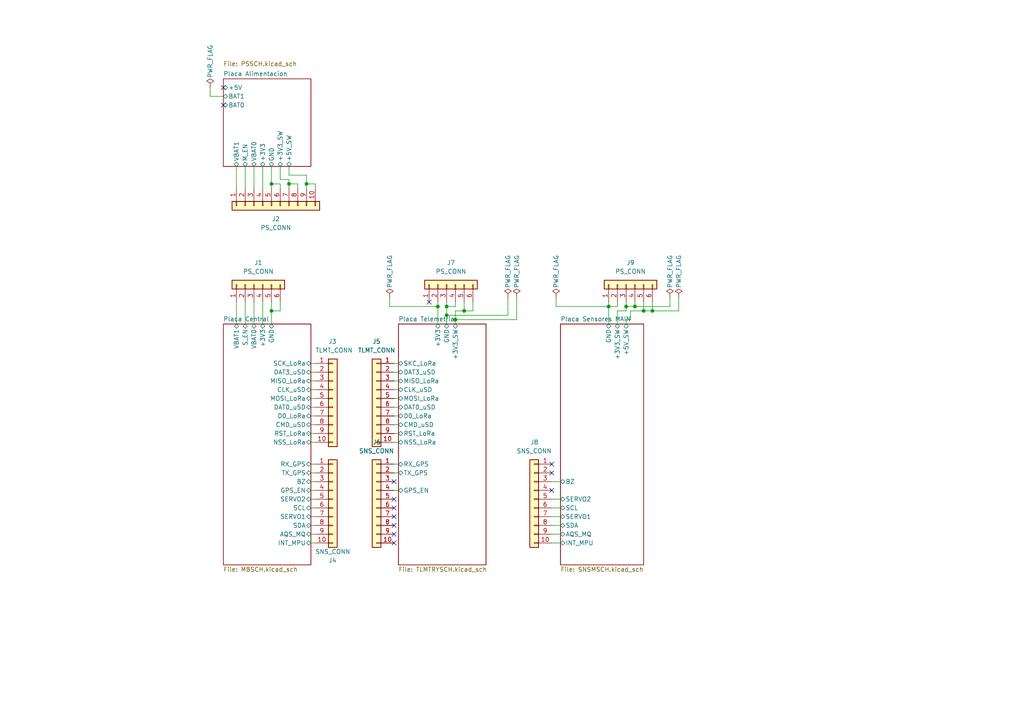
<source format=kicad_sch>
(kicad_sch (version 20211123) (generator eeschema)

  (uuid e63e39d7-6ac0-4ffd-8aa3-1841a4541b55)

  (paper "A4")

  (title_block
    (title "mCALCAN")
    (date "2022-10-10")
    (rev "3B_FULL")
    (company "gVIE")
    (comment 1 "Colegio: ITS Villada")
    (comment 2 "Córdoba, Argentina")
  )

  (lib_symbols
    (symbol "Connector_Generic:Conn_01x06" (pin_names (offset 1.016) hide) (in_bom yes) (on_board yes)
      (property "Reference" "J" (id 0) (at 0 7.62 0)
        (effects (font (size 1.27 1.27)))
      )
      (property "Value" "Conn_01x06" (id 1) (at 0 -10.16 0)
        (effects (font (size 1.27 1.27)))
      )
      (property "Footprint" "" (id 2) (at 0 0 0)
        (effects (font (size 1.27 1.27)) hide)
      )
      (property "Datasheet" "~" (id 3) (at 0 0 0)
        (effects (font (size 1.27 1.27)) hide)
      )
      (property "ki_keywords" "connector" (id 4) (at 0 0 0)
        (effects (font (size 1.27 1.27)) hide)
      )
      (property "ki_description" "Generic connector, single row, 01x06, script generated (kicad-library-utils/schlib/autogen/connector/)" (id 5) (at 0 0 0)
        (effects (font (size 1.27 1.27)) hide)
      )
      (property "ki_fp_filters" "Connector*:*_1x??_*" (id 6) (at 0 0 0)
        (effects (font (size 1.27 1.27)) hide)
      )
      (symbol "Conn_01x06_1_1"
        (rectangle (start -1.27 -7.493) (end 0 -7.747)
          (stroke (width 0.1524) (type default) (color 0 0 0 0))
          (fill (type none))
        )
        (rectangle (start -1.27 -4.953) (end 0 -5.207)
          (stroke (width 0.1524) (type default) (color 0 0 0 0))
          (fill (type none))
        )
        (rectangle (start -1.27 -2.413) (end 0 -2.667)
          (stroke (width 0.1524) (type default) (color 0 0 0 0))
          (fill (type none))
        )
        (rectangle (start -1.27 0.127) (end 0 -0.127)
          (stroke (width 0.1524) (type default) (color 0 0 0 0))
          (fill (type none))
        )
        (rectangle (start -1.27 2.667) (end 0 2.413)
          (stroke (width 0.1524) (type default) (color 0 0 0 0))
          (fill (type none))
        )
        (rectangle (start -1.27 5.207) (end 0 4.953)
          (stroke (width 0.1524) (type default) (color 0 0 0 0))
          (fill (type none))
        )
        (rectangle (start -1.27 6.35) (end 1.27 -8.89)
          (stroke (width 0.254) (type default) (color 0 0 0 0))
          (fill (type background))
        )
        (pin passive line (at -5.08 5.08 0) (length 3.81)
          (name "Pin_1" (effects (font (size 1.27 1.27))))
          (number "1" (effects (font (size 1.27 1.27))))
        )
        (pin passive line (at -5.08 2.54 0) (length 3.81)
          (name "Pin_2" (effects (font (size 1.27 1.27))))
          (number "2" (effects (font (size 1.27 1.27))))
        )
        (pin passive line (at -5.08 0 0) (length 3.81)
          (name "Pin_3" (effects (font (size 1.27 1.27))))
          (number "3" (effects (font (size 1.27 1.27))))
        )
        (pin passive line (at -5.08 -2.54 0) (length 3.81)
          (name "Pin_4" (effects (font (size 1.27 1.27))))
          (number "4" (effects (font (size 1.27 1.27))))
        )
        (pin passive line (at -5.08 -5.08 0) (length 3.81)
          (name "Pin_5" (effects (font (size 1.27 1.27))))
          (number "5" (effects (font (size 1.27 1.27))))
        )
        (pin passive line (at -5.08 -7.62 0) (length 3.81)
          (name "Pin_6" (effects (font (size 1.27 1.27))))
          (number "6" (effects (font (size 1.27 1.27))))
        )
      )
    )
    (symbol "Connector_Generic:Conn_01x10" (pin_names (offset 1.016) hide) (in_bom yes) (on_board yes)
      (property "Reference" "J" (id 0) (at 0 12.7 0)
        (effects (font (size 1.27 1.27)))
      )
      (property "Value" "Conn_01x10" (id 1) (at 0 -15.24 0)
        (effects (font (size 1.27 1.27)))
      )
      (property "Footprint" "" (id 2) (at 0 0 0)
        (effects (font (size 1.27 1.27)) hide)
      )
      (property "Datasheet" "~" (id 3) (at 0 0 0)
        (effects (font (size 1.27 1.27)) hide)
      )
      (property "ki_keywords" "connector" (id 4) (at 0 0 0)
        (effects (font (size 1.27 1.27)) hide)
      )
      (property "ki_description" "Generic connector, single row, 01x10, script generated (kicad-library-utils/schlib/autogen/connector/)" (id 5) (at 0 0 0)
        (effects (font (size 1.27 1.27)) hide)
      )
      (property "ki_fp_filters" "Connector*:*_1x??_*" (id 6) (at 0 0 0)
        (effects (font (size 1.27 1.27)) hide)
      )
      (symbol "Conn_01x10_1_1"
        (rectangle (start -1.27 -12.573) (end 0 -12.827)
          (stroke (width 0.1524) (type default) (color 0 0 0 0))
          (fill (type none))
        )
        (rectangle (start -1.27 -10.033) (end 0 -10.287)
          (stroke (width 0.1524) (type default) (color 0 0 0 0))
          (fill (type none))
        )
        (rectangle (start -1.27 -7.493) (end 0 -7.747)
          (stroke (width 0.1524) (type default) (color 0 0 0 0))
          (fill (type none))
        )
        (rectangle (start -1.27 -4.953) (end 0 -5.207)
          (stroke (width 0.1524) (type default) (color 0 0 0 0))
          (fill (type none))
        )
        (rectangle (start -1.27 -2.413) (end 0 -2.667)
          (stroke (width 0.1524) (type default) (color 0 0 0 0))
          (fill (type none))
        )
        (rectangle (start -1.27 0.127) (end 0 -0.127)
          (stroke (width 0.1524) (type default) (color 0 0 0 0))
          (fill (type none))
        )
        (rectangle (start -1.27 2.667) (end 0 2.413)
          (stroke (width 0.1524) (type default) (color 0 0 0 0))
          (fill (type none))
        )
        (rectangle (start -1.27 5.207) (end 0 4.953)
          (stroke (width 0.1524) (type default) (color 0 0 0 0))
          (fill (type none))
        )
        (rectangle (start -1.27 7.747) (end 0 7.493)
          (stroke (width 0.1524) (type default) (color 0 0 0 0))
          (fill (type none))
        )
        (rectangle (start -1.27 10.287) (end 0 10.033)
          (stroke (width 0.1524) (type default) (color 0 0 0 0))
          (fill (type none))
        )
        (rectangle (start -1.27 11.43) (end 1.27 -13.97)
          (stroke (width 0.254) (type default) (color 0 0 0 0))
          (fill (type background))
        )
        (pin passive line (at -5.08 10.16 0) (length 3.81)
          (name "Pin_1" (effects (font (size 1.27 1.27))))
          (number "1" (effects (font (size 1.27 1.27))))
        )
        (pin passive line (at -5.08 -12.7 0) (length 3.81)
          (name "Pin_10" (effects (font (size 1.27 1.27))))
          (number "10" (effects (font (size 1.27 1.27))))
        )
        (pin passive line (at -5.08 7.62 0) (length 3.81)
          (name "Pin_2" (effects (font (size 1.27 1.27))))
          (number "2" (effects (font (size 1.27 1.27))))
        )
        (pin passive line (at -5.08 5.08 0) (length 3.81)
          (name "Pin_3" (effects (font (size 1.27 1.27))))
          (number "3" (effects (font (size 1.27 1.27))))
        )
        (pin passive line (at -5.08 2.54 0) (length 3.81)
          (name "Pin_4" (effects (font (size 1.27 1.27))))
          (number "4" (effects (font (size 1.27 1.27))))
        )
        (pin passive line (at -5.08 0 0) (length 3.81)
          (name "Pin_5" (effects (font (size 1.27 1.27))))
          (number "5" (effects (font (size 1.27 1.27))))
        )
        (pin passive line (at -5.08 -2.54 0) (length 3.81)
          (name "Pin_6" (effects (font (size 1.27 1.27))))
          (number "6" (effects (font (size 1.27 1.27))))
        )
        (pin passive line (at -5.08 -5.08 0) (length 3.81)
          (name "Pin_7" (effects (font (size 1.27 1.27))))
          (number "7" (effects (font (size 1.27 1.27))))
        )
        (pin passive line (at -5.08 -7.62 0) (length 3.81)
          (name "Pin_8" (effects (font (size 1.27 1.27))))
          (number "8" (effects (font (size 1.27 1.27))))
        )
        (pin passive line (at -5.08 -10.16 0) (length 3.81)
          (name "Pin_9" (effects (font (size 1.27 1.27))))
          (number "9" (effects (font (size 1.27 1.27))))
        )
      )
    )
    (symbol "power:PWR_FLAG" (power) (pin_numbers hide) (pin_names (offset 0) hide) (in_bom yes) (on_board yes)
      (property "Reference" "#FLG" (id 0) (at 0 1.905 0)
        (effects (font (size 1.27 1.27)) hide)
      )
      (property "Value" "PWR_FLAG" (id 1) (at 0 3.81 0)
        (effects (font (size 1.27 1.27)))
      )
      (property "Footprint" "" (id 2) (at 0 0 0)
        (effects (font (size 1.27 1.27)) hide)
      )
      (property "Datasheet" "~" (id 3) (at 0 0 0)
        (effects (font (size 1.27 1.27)) hide)
      )
      (property "ki_keywords" "power-flag" (id 4) (at 0 0 0)
        (effects (font (size 1.27 1.27)) hide)
      )
      (property "ki_description" "Special symbol for telling ERC where power comes from" (id 5) (at 0 0 0)
        (effects (font (size 1.27 1.27)) hide)
      )
      (symbol "PWR_FLAG_0_0"
        (pin power_out line (at 0 0 90) (length 0)
          (name "pwr" (effects (font (size 1.27 1.27))))
          (number "1" (effects (font (size 1.27 1.27))))
        )
      )
      (symbol "PWR_FLAG_0_1"
        (polyline
          (pts
            (xy 0 0)
            (xy 0 1.27)
            (xy -1.016 1.905)
            (xy 0 2.54)
            (xy 1.016 1.905)
            (xy 0 1.27)
          )
          (stroke (width 0) (type default) (color 0 0 0 0))
          (fill (type none))
        )
      )
    )
  )

  (junction (at 129.54 88.9) (diameter 0) (color 0 0 0 0)
    (uuid 1ac1486a-a58b-490c-9576-a36bf1cadfa2)
  )
  (junction (at 88.9 53.34) (diameter 0) (color 0 0 0 0)
    (uuid 204d2551-9da2-4789-999f-e73eb90b0926)
  )
  (junction (at 181.61 88.9) (diameter 0) (color 0 0 0 0)
    (uuid 3cd391e7-3218-40ed-b87c-dca63fe13270)
  )
  (junction (at 134.62 90.17) (diameter 0) (color 0 0 0 0)
    (uuid 3e0eee30-3cec-4827-965b-e69b8ea50e6c)
  )
  (junction (at 127 88.9) (diameter 0) (color 0 0 0 0)
    (uuid 5ef5ca70-23f3-4983-b601-7501f2301073)
  )
  (junction (at 184.15 88.9) (diameter 0) (color 0 0 0 0)
    (uuid 61511609-fb91-44b7-a0be-f1d3935dd2d2)
  )
  (junction (at 132.08 92.71) (diameter 0) (color 0 0 0 0)
    (uuid 7ea5830a-29a3-4fe3-afa6-dd4dff76720b)
  )
  (junction (at 83.82 53.34) (diameter 0) (color 0 0 0 0)
    (uuid 8ea59f50-3c63-4bf1-bf62-5eab5bcd0f29)
  )
  (junction (at 129.54 91.44) (diameter 0) (color 0 0 0 0)
    (uuid 972eb94b-2b70-4115-a313-7734bf02b5f3)
  )
  (junction (at 78.74 90.17) (diameter 0) (color 0 0 0 0)
    (uuid a9b42288-928d-4a67-855d-437e5734f8d6)
  )
  (junction (at 186.69 90.17) (diameter 0) (color 0 0 0 0)
    (uuid d9da9de7-59f3-463e-b4cb-5caf3765ed8c)
  )
  (junction (at 189.23 90.17) (diameter 0) (color 0 0 0 0)
    (uuid e596f452-422f-4d7d-8f4f-ad68b142ed28)
  )
  (junction (at 78.74 53.34) (diameter 0) (color 0 0 0 0)
    (uuid ee2e89e4-77bf-4781-a89b-456d3ee64b1a)
  )
  (junction (at 176.53 88.9) (diameter 0) (color 0 0 0 0)
    (uuid f22d78e5-fcd9-4384-ad56-701105e65cb0)
  )

  (no_connect (at 64.77 30.48) (uuid 078372c9-173d-4dd9-b525-83430ee4b8af))
  (no_connect (at 124.46 87.63) (uuid 46b6d44e-1109-4007-8ee3-255a59828f7f))
  (no_connect (at 64.77 25.4) (uuid 7d43e695-94e7-4851-8243-ef0b89b4cf98))
  (no_connect (at 114.3 144.78) (uuid 8d07bbc4-84bf-4ddd-9eb6-7a77f2ac2633))
  (no_connect (at 114.3 147.32) (uuid 8d07bbc4-84bf-4ddd-9eb6-7a77f2ac2634))
  (no_connect (at 114.3 139.7) (uuid 8d07bbc4-84bf-4ddd-9eb6-7a77f2ac2635))
  (no_connect (at 114.3 154.94) (uuid 8d07bbc4-84bf-4ddd-9eb6-7a77f2ac2636))
  (no_connect (at 114.3 152.4) (uuid 8d07bbc4-84bf-4ddd-9eb6-7a77f2ac2637))
  (no_connect (at 114.3 149.86) (uuid 8d07bbc4-84bf-4ddd-9eb6-7a77f2ac2638))
  (no_connect (at 114.3 157.48) (uuid 8d07bbc4-84bf-4ddd-9eb6-7a77f2ac2639))
  (no_connect (at 160.02 137.16) (uuid 8f97fb09-1607-47c6-b060-37cc4d6dbc1c))
  (no_connect (at 160.02 142.24) (uuid cd60c45b-d996-4dcd-991f-7654a334dee6))
  (no_connect (at 160.02 134.62) (uuid f47568f1-014e-4fc8-a74b-46f5c4032c73))

  (wire (pts (xy 83.82 48.26) (xy 83.82 50.8))
    (stroke (width 0) (type default) (color 0 0 0 0))
    (uuid 01691f12-300c-47b0-8278-bc40854f7182)
  )
  (wire (pts (xy 189.23 87.63) (xy 189.23 90.17))
    (stroke (width 0) (type default) (color 0 0 0 0))
    (uuid 02f55035-30e6-41ca-80b2-712fb99f77f5)
  )
  (wire (pts (xy 83.82 52.07) (xy 83.82 53.34))
    (stroke (width 0) (type default) (color 0 0 0 0))
    (uuid 0b0d0cc5-b325-4df2-8c4c-1903e74e76f9)
  )
  (wire (pts (xy 71.12 48.26) (xy 71.12 54.61))
    (stroke (width 0) (type default) (color 0 0 0 0))
    (uuid 134cc890-fe13-4f6b-9be4-40bcdb4fda43)
  )
  (wire (pts (xy 88.9 50.8) (xy 88.9 53.34))
    (stroke (width 0) (type default) (color 0 0 0 0))
    (uuid 178eae74-fa81-4625-8f28-84bdf4846b5b)
  )
  (wire (pts (xy 81.28 53.34) (xy 78.74 53.34))
    (stroke (width 0) (type default) (color 0 0 0 0))
    (uuid 1a23bffa-03f7-4bfa-90f4-93859e92189a)
  )
  (wire (pts (xy 184.15 88.9) (xy 194.31 88.9))
    (stroke (width 0) (type default) (color 0 0 0 0))
    (uuid 1a883ed1-517c-4a35-b47e-29b308c3519e)
  )
  (wire (pts (xy 181.61 93.98) (xy 181.61 92.71))
    (stroke (width 0) (type default) (color 0 0 0 0))
    (uuid 1d7bb20e-c9ae-4d34-9939-428acb2ca568)
  )
  (wire (pts (xy 149.86 86.36) (xy 149.86 92.71))
    (stroke (width 0) (type default) (color 0 0 0 0))
    (uuid 1f596f42-ebc0-4a37-86af-1ed6ca94b9a3)
  )
  (wire (pts (xy 132.08 87.63) (xy 132.08 88.9))
    (stroke (width 0) (type default) (color 0 0 0 0))
    (uuid 20bb9fb1-12fe-46f7-b912-d8a7c5995a6e)
  )
  (wire (pts (xy 160.02 149.86) (xy 162.56 149.86))
    (stroke (width 0) (type default) (color 0 0 0 0))
    (uuid 219b2b4b-dbb1-4f5a-9416-20d32dca8def)
  )
  (wire (pts (xy 182.88 92.71) (xy 182.88 90.17))
    (stroke (width 0) (type default) (color 0 0 0 0))
    (uuid 22070c5d-cf07-4815-9bcb-9bf3bfbefa07)
  )
  (wire (pts (xy 90.17 105.41) (xy 91.44 105.41))
    (stroke (width 0) (type default) (color 0 0 0 0))
    (uuid 26e1d914-e53b-4ae4-9fa8-e998725d3de8)
  )
  (wire (pts (xy 73.66 87.63) (xy 73.66 93.98))
    (stroke (width 0) (type default) (color 0 0 0 0))
    (uuid 2abc87be-4ad0-429f-ac97-d16c714e265c)
  )
  (wire (pts (xy 78.74 90.17) (xy 81.28 90.17))
    (stroke (width 0) (type default) (color 0 0 0 0))
    (uuid 2b2cf94b-7602-4817-bbcf-79a1fb2b22c1)
  )
  (wire (pts (xy 160.02 139.7) (xy 162.56 139.7))
    (stroke (width 0) (type default) (color 0 0 0 0))
    (uuid 2d7de860-b307-4d5e-a3e4-e24d923ec27e)
  )
  (wire (pts (xy 90.17 154.94) (xy 91.44 154.94))
    (stroke (width 0) (type default) (color 0 0 0 0))
    (uuid 2f7c975f-36ad-4589-b3da-cafc4d9df3b1)
  )
  (wire (pts (xy 181.61 88.9) (xy 181.61 90.17))
    (stroke (width 0) (type default) (color 0 0 0 0))
    (uuid 33e9abb9-e634-4336-bd82-f9f25ebb0731)
  )
  (wire (pts (xy 149.86 92.71) (xy 132.08 92.71))
    (stroke (width 0) (type default) (color 0 0 0 0))
    (uuid 343c97d0-c51e-4e2c-80dd-6ed63dc1ce3d)
  )
  (wire (pts (xy 83.82 53.34) (xy 83.82 54.61))
    (stroke (width 0) (type default) (color 0 0 0 0))
    (uuid 35e4c65b-b74e-4039-8ee9-7989ca8972ec)
  )
  (wire (pts (xy 147.32 91.44) (xy 129.54 91.44))
    (stroke (width 0) (type default) (color 0 0 0 0))
    (uuid 3895cd56-2e30-4b7d-8f63-ed9675ec0fd9)
  )
  (wire (pts (xy 86.36 54.61) (xy 86.36 53.34))
    (stroke (width 0) (type default) (color 0 0 0 0))
    (uuid 3981a1bc-70ed-4714-964a-8a90eba30fe9)
  )
  (wire (pts (xy 114.3 123.19) (xy 115.57 123.19))
    (stroke (width 0) (type default) (color 0 0 0 0))
    (uuid 39fd0742-d9fd-4d52-87a4-1a5bbdb23ab4)
  )
  (wire (pts (xy 71.12 87.63) (xy 71.12 93.98))
    (stroke (width 0) (type default) (color 0 0 0 0))
    (uuid 3aa6701c-0aaf-4a40-a770-b9704790161d)
  )
  (wire (pts (xy 182.88 90.17) (xy 186.69 90.17))
    (stroke (width 0) (type default) (color 0 0 0 0))
    (uuid 3c0a5f23-a640-44cd-aaa1-8614c7e0b200)
  )
  (wire (pts (xy 73.66 48.26) (xy 73.66 54.61))
    (stroke (width 0) (type default) (color 0 0 0 0))
    (uuid 3cb78965-9977-4a7f-8a7a-48b65ad1debe)
  )
  (wire (pts (xy 114.3 120.65) (xy 115.57 120.65))
    (stroke (width 0) (type default) (color 0 0 0 0))
    (uuid 3f3bcbe3-d7a4-4df6-8748-c09116659ce3)
  )
  (wire (pts (xy 78.74 53.34) (xy 78.74 54.61))
    (stroke (width 0) (type default) (color 0 0 0 0))
    (uuid 40d2b900-a33b-4039-b057-af77ebde54d5)
  )
  (wire (pts (xy 132.08 92.71) (xy 132.08 93.98))
    (stroke (width 0) (type default) (color 0 0 0 0))
    (uuid 437cdb39-ee48-4f3b-97c4-439a2d7af933)
  )
  (wire (pts (xy 90.17 107.95) (xy 91.44 107.95))
    (stroke (width 0) (type default) (color 0 0 0 0))
    (uuid 440f3cad-97d0-44c6-9303-d68058834382)
  )
  (wire (pts (xy 90.17 125.73) (xy 91.44 125.73))
    (stroke (width 0) (type default) (color 0 0 0 0))
    (uuid 442c0c50-f237-4512-9a13-f8d6d8fe13de)
  )
  (wire (pts (xy 129.54 88.9) (xy 129.54 91.44))
    (stroke (width 0) (type default) (color 0 0 0 0))
    (uuid 446186b2-e66f-4a2e-9c39-9a42fa48edfe)
  )
  (wire (pts (xy 134.62 90.17) (xy 132.08 90.17))
    (stroke (width 0) (type default) (color 0 0 0 0))
    (uuid 446636c7-b482-441d-bd68-501c5fe278e5)
  )
  (wire (pts (xy 181.61 88.9) (xy 184.15 88.9))
    (stroke (width 0) (type default) (color 0 0 0 0))
    (uuid 454f67e3-848c-497a-82a7-81859ca59a89)
  )
  (wire (pts (xy 68.58 48.26) (xy 68.58 54.61))
    (stroke (width 0) (type default) (color 0 0 0 0))
    (uuid 4674d436-e1ec-4904-acee-f868012ec918)
  )
  (wire (pts (xy 160.02 144.78) (xy 162.56 144.78))
    (stroke (width 0) (type default) (color 0 0 0 0))
    (uuid 49513fe4-2b58-4db9-be5b-a3b082d41fdd)
  )
  (wire (pts (xy 78.74 87.63) (xy 78.74 90.17))
    (stroke (width 0) (type default) (color 0 0 0 0))
    (uuid 4cac4a86-c0ed-4692-b635-5f0ea99d9295)
  )
  (wire (pts (xy 90.17 118.11) (xy 91.44 118.11))
    (stroke (width 0) (type default) (color 0 0 0 0))
    (uuid 4e0d0146-3a7e-464d-8bed-a76ff490c1a4)
  )
  (wire (pts (xy 90.17 115.57) (xy 91.44 115.57))
    (stroke (width 0) (type default) (color 0 0 0 0))
    (uuid 4f3bb38b-0c2f-4ace-8643-6fdb4694a731)
  )
  (wire (pts (xy 81.28 52.07) (xy 83.82 52.07))
    (stroke (width 0) (type default) (color 0 0 0 0))
    (uuid 5350f2b3-a7f6-47ea-8ed3-9599e1c5196c)
  )
  (wire (pts (xy 114.3 113.03) (xy 115.57 113.03))
    (stroke (width 0) (type default) (color 0 0 0 0))
    (uuid 55984b0c-62df-4609-abbd-b0d61f6e2d1e)
  )
  (wire (pts (xy 129.54 87.63) (xy 129.54 88.9))
    (stroke (width 0) (type default) (color 0 0 0 0))
    (uuid 57357f45-62f0-4bed-9d45-9b6f9ea1d2bc)
  )
  (wire (pts (xy 81.28 54.61) (xy 81.28 53.34))
    (stroke (width 0) (type default) (color 0 0 0 0))
    (uuid 57e3c9d2-8c97-44eb-848b-5cd72ef9350b)
  )
  (wire (pts (xy 114.3 142.24) (xy 115.57 142.24))
    (stroke (width 0) (type default) (color 0 0 0 0))
    (uuid 5b76c219-062d-457a-b6e0-b96e7b1ee2f3)
  )
  (wire (pts (xy 114.3 107.95) (xy 115.57 107.95))
    (stroke (width 0) (type default) (color 0 0 0 0))
    (uuid 5bbed47e-65c0-4051-beeb-42678334afe5)
  )
  (wire (pts (xy 160.02 147.32) (xy 162.56 147.32))
    (stroke (width 0) (type default) (color 0 0 0 0))
    (uuid 5d93dd82-fcb1-49b6-8881-eb961b523252)
  )
  (wire (pts (xy 88.9 53.34) (xy 88.9 54.61))
    (stroke (width 0) (type default) (color 0 0 0 0))
    (uuid 5ec44760-4be3-4bf1-92ed-e57db42f9cae)
  )
  (wire (pts (xy 90.17 157.48) (xy 91.44 157.48))
    (stroke (width 0) (type default) (color 0 0 0 0))
    (uuid 6109e17d-3b81-4dd8-95e6-d265ab4e6d08)
  )
  (wire (pts (xy 114.3 110.49) (xy 115.57 110.49))
    (stroke (width 0) (type default) (color 0 0 0 0))
    (uuid 6863a8b5-e9b9-43e0-b1c3-ed3b7345fc89)
  )
  (wire (pts (xy 129.54 88.9) (xy 132.08 88.9))
    (stroke (width 0) (type default) (color 0 0 0 0))
    (uuid 68c748b5-6ad3-4888-99db-3527180bd9a8)
  )
  (wire (pts (xy 90.17 137.16) (xy 91.44 137.16))
    (stroke (width 0) (type default) (color 0 0 0 0))
    (uuid 6a12a800-1164-4877-961c-212210e95913)
  )
  (wire (pts (xy 91.44 54.61) (xy 91.44 53.34))
    (stroke (width 0) (type default) (color 0 0 0 0))
    (uuid 6ac4540d-c0c0-4472-a89a-ad24b5e6f313)
  )
  (wire (pts (xy 90.17 147.32) (xy 91.44 147.32))
    (stroke (width 0) (type default) (color 0 0 0 0))
    (uuid 6b165d36-02c2-4a6d-9c12-6f6cb9053561)
  )
  (wire (pts (xy 60.96 25.4) (xy 60.96 27.94))
    (stroke (width 0) (type default) (color 0 0 0 0))
    (uuid 6eccde5c-d057-47fa-a482-a1bbbbe5f75c)
  )
  (wire (pts (xy 113.03 86.36) (xy 113.03 88.9))
    (stroke (width 0) (type default) (color 0 0 0 0))
    (uuid 7193b3ef-1600-4e15-ab9b-fb87e1c31301)
  )
  (wire (pts (xy 114.3 137.16) (xy 115.57 137.16))
    (stroke (width 0) (type default) (color 0 0 0 0))
    (uuid 75c695e2-09f0-471a-9b6c-b18e96cc8e11)
  )
  (wire (pts (xy 90.17 149.86) (xy 91.44 149.86))
    (stroke (width 0) (type default) (color 0 0 0 0))
    (uuid 7758d6d9-12ed-4d11-b38b-33b7f6081615)
  )
  (wire (pts (xy 129.54 91.44) (xy 129.54 93.98))
    (stroke (width 0) (type default) (color 0 0 0 0))
    (uuid 7cb67bef-a09d-4f8f-a721-9f8daf55bc3f)
  )
  (wire (pts (xy 147.32 86.36) (xy 147.32 91.44))
    (stroke (width 0) (type default) (color 0 0 0 0))
    (uuid 7d3e09fb-d60f-46a8-9de8-581074a84bcb)
  )
  (wire (pts (xy 179.07 87.63) (xy 179.07 88.9))
    (stroke (width 0) (type default) (color 0 0 0 0))
    (uuid 80665067-c106-4541-9bd2-802fc4c22269)
  )
  (wire (pts (xy 83.82 50.8) (xy 88.9 50.8))
    (stroke (width 0) (type default) (color 0 0 0 0))
    (uuid 85a6af1b-6854-469c-bb90-e80cc017f7e3)
  )
  (wire (pts (xy 179.07 90.17) (xy 179.07 93.98))
    (stroke (width 0) (type default) (color 0 0 0 0))
    (uuid 89503a57-64c5-417d-bbba-0a81daddb12b)
  )
  (wire (pts (xy 81.28 48.26) (xy 81.28 52.07))
    (stroke (width 0) (type default) (color 0 0 0 0))
    (uuid 8d5d58cf-fe31-4ab8-86fe-21b3f5fd64c0)
  )
  (wire (pts (xy 90.17 152.4) (xy 91.44 152.4))
    (stroke (width 0) (type default) (color 0 0 0 0))
    (uuid 9141725a-e7f1-4537-a65e-aff867825b73)
  )
  (wire (pts (xy 90.17 120.65) (xy 91.44 120.65))
    (stroke (width 0) (type default) (color 0 0 0 0))
    (uuid 91acee51-7246-4efb-b543-66c18f169f47)
  )
  (wire (pts (xy 160.02 157.48) (xy 162.56 157.48))
    (stroke (width 0) (type default) (color 0 0 0 0))
    (uuid 956e6850-f06f-4520-9237-8db154925afb)
  )
  (wire (pts (xy 189.23 90.17) (xy 196.85 90.17))
    (stroke (width 0) (type default) (color 0 0 0 0))
    (uuid 9860c50f-ca07-4f1b-9a7f-47166d08fb25)
  )
  (wire (pts (xy 81.28 87.63) (xy 81.28 90.17))
    (stroke (width 0) (type default) (color 0 0 0 0))
    (uuid 9a63eda6-7486-4b13-b234-c5da29d631b3)
  )
  (wire (pts (xy 90.17 144.78) (xy 91.44 144.78))
    (stroke (width 0) (type default) (color 0 0 0 0))
    (uuid 9a800e90-4d26-4916-813a-0129a20f05f3)
  )
  (wire (pts (xy 90.17 142.24) (xy 91.44 142.24))
    (stroke (width 0) (type default) (color 0 0 0 0))
    (uuid 9c549cdd-3408-4213-a085-a508f3d2b679)
  )
  (wire (pts (xy 137.16 87.63) (xy 137.16 90.17))
    (stroke (width 0) (type default) (color 0 0 0 0))
    (uuid 9e149d60-51bf-4b7d-b062-9f8d1ce81b7f)
  )
  (wire (pts (xy 68.58 87.63) (xy 68.58 93.98))
    (stroke (width 0) (type default) (color 0 0 0 0))
    (uuid 9e7a6018-a073-4750-a1cb-67a0a4f908bb)
  )
  (wire (pts (xy 83.82 53.34) (xy 86.36 53.34))
    (stroke (width 0) (type default) (color 0 0 0 0))
    (uuid a09be706-f7c8-44db-af3f-31aecac8a25f)
  )
  (wire (pts (xy 90.17 128.27) (xy 91.44 128.27))
    (stroke (width 0) (type default) (color 0 0 0 0))
    (uuid a0f2e131-5c6c-47eb-9f20-67523df053b3)
  )
  (wire (pts (xy 132.08 90.17) (xy 132.08 92.71))
    (stroke (width 0) (type default) (color 0 0 0 0))
    (uuid a17d7fcf-5fa6-42ec-829c-2a3efbfd5a2e)
  )
  (wire (pts (xy 88.9 53.34) (xy 91.44 53.34))
    (stroke (width 0) (type default) (color 0 0 0 0))
    (uuid a4c92d97-4cbd-4e26-a686-845eccd85e82)
  )
  (wire (pts (xy 196.85 86.36) (xy 196.85 90.17))
    (stroke (width 0) (type default) (color 0 0 0 0))
    (uuid a520e1a1-8820-4d4f-bb74-66305cd02320)
  )
  (wire (pts (xy 160.02 154.94) (xy 162.56 154.94))
    (stroke (width 0) (type default) (color 0 0 0 0))
    (uuid a7b234b1-eaba-4221-b202-10e36a5f8a22)
  )
  (wire (pts (xy 90.17 110.49) (xy 91.44 110.49))
    (stroke (width 0) (type default) (color 0 0 0 0))
    (uuid ae9c90a0-e9e9-481d-b890-e52c00db8d8a)
  )
  (wire (pts (xy 127 88.9) (xy 127 93.98))
    (stroke (width 0) (type default) (color 0 0 0 0))
    (uuid aed5ae9e-96a1-4e2a-b519-a5bb1f3808b6)
  )
  (wire (pts (xy 114.3 115.57) (xy 115.57 115.57))
    (stroke (width 0) (type default) (color 0 0 0 0))
    (uuid b2abd0cc-d5a1-49c5-a06a-26841339ff5b)
  )
  (wire (pts (xy 194.31 86.36) (xy 194.31 88.9))
    (stroke (width 0) (type default) (color 0 0 0 0))
    (uuid b3d47d36-64ef-409c-899c-63b0a7749c93)
  )
  (wire (pts (xy 114.3 118.11) (xy 115.57 118.11))
    (stroke (width 0) (type default) (color 0 0 0 0))
    (uuid b531b4b4-9c32-4663-9268-11c45dafa802)
  )
  (wire (pts (xy 176.53 87.63) (xy 176.53 88.9))
    (stroke (width 0) (type default) (color 0 0 0 0))
    (uuid b567ebbe-1068-4109-9c50-82d46507e362)
  )
  (wire (pts (xy 114.3 128.27) (xy 115.57 128.27))
    (stroke (width 0) (type default) (color 0 0 0 0))
    (uuid b8030571-19f1-4646-8aae-babdfe72d94b)
  )
  (wire (pts (xy 176.53 88.9) (xy 179.07 88.9))
    (stroke (width 0) (type default) (color 0 0 0 0))
    (uuid be9940b2-4187-4d72-baf1-f682647f3d86)
  )
  (wire (pts (xy 184.15 87.63) (xy 184.15 88.9))
    (stroke (width 0) (type default) (color 0 0 0 0))
    (uuid c59c6280-b78a-443b-849c-4b29069190af)
  )
  (wire (pts (xy 76.2 48.26) (xy 76.2 54.61))
    (stroke (width 0) (type default) (color 0 0 0 0))
    (uuid c7e9427f-51fc-4841-8c80-0cc8e0a1cbdd)
  )
  (wire (pts (xy 176.53 88.9) (xy 176.53 93.98))
    (stroke (width 0) (type default) (color 0 0 0 0))
    (uuid cc30ae8c-acf9-47b8-ae32-7cb44ba55b0b)
  )
  (wire (pts (xy 90.17 134.62) (xy 91.44 134.62))
    (stroke (width 0) (type default) (color 0 0 0 0))
    (uuid cc668b11-9e0d-4ad9-afc3-fc2efab94890)
  )
  (wire (pts (xy 114.3 134.62) (xy 115.57 134.62))
    (stroke (width 0) (type default) (color 0 0 0 0))
    (uuid cf9c81f1-6e62-48a6-b9ac-0b89fec8356f)
  )
  (wire (pts (xy 90.17 139.7) (xy 91.44 139.7))
    (stroke (width 0) (type default) (color 0 0 0 0))
    (uuid d1d8b414-8d55-4a75-ad14-6f6d14297c00)
  )
  (wire (pts (xy 181.61 87.63) (xy 181.61 88.9))
    (stroke (width 0) (type default) (color 0 0 0 0))
    (uuid d7f57958-edfd-48bf-8c89-4a234838116a)
  )
  (wire (pts (xy 113.03 88.9) (xy 127 88.9))
    (stroke (width 0) (type default) (color 0 0 0 0))
    (uuid d85f8189-3260-49df-89a5-986d1fe2f027)
  )
  (wire (pts (xy 181.61 92.71) (xy 182.88 92.71))
    (stroke (width 0) (type default) (color 0 0 0 0))
    (uuid d9e40564-cc4c-40f4-92b7-c8d1927dd6e5)
  )
  (wire (pts (xy 64.77 27.94) (xy 60.96 27.94))
    (stroke (width 0) (type default) (color 0 0 0 0))
    (uuid db91fed4-f0bc-4ced-8719-64a5a1241f3e)
  )
  (wire (pts (xy 186.69 90.17) (xy 186.69 87.63))
    (stroke (width 0) (type default) (color 0 0 0 0))
    (uuid dc6b7d8b-4398-4177-aeb7-56170ff8cbf9)
  )
  (wire (pts (xy 114.3 105.41) (xy 115.57 105.41))
    (stroke (width 0) (type default) (color 0 0 0 0))
    (uuid e29ef570-342d-4895-bbfa-e4fc4df4177c)
  )
  (wire (pts (xy 78.74 48.26) (xy 78.74 53.34))
    (stroke (width 0) (type default) (color 0 0 0 0))
    (uuid e2d37a74-2a1a-4cef-8258-1a3554f248cc)
  )
  (wire (pts (xy 90.17 113.03) (xy 91.44 113.03))
    (stroke (width 0) (type default) (color 0 0 0 0))
    (uuid e2fce45e-1d5c-40fa-9e28-708f53c04d9f)
  )
  (wire (pts (xy 161.29 86.36) (xy 161.29 88.9))
    (stroke (width 0) (type default) (color 0 0 0 0))
    (uuid e9ac976c-cc92-4d05-83b9-d0b0cc482922)
  )
  (wire (pts (xy 114.3 125.73) (xy 115.57 125.73))
    (stroke (width 0) (type default) (color 0 0 0 0))
    (uuid ebcfbdb5-872a-4a0d-ae64-41f53f48b075)
  )
  (wire (pts (xy 127 88.9) (xy 127 87.63))
    (stroke (width 0) (type default) (color 0 0 0 0))
    (uuid ecb1558f-b96c-4401-aacb-9247e521d315)
  )
  (wire (pts (xy 161.29 88.9) (xy 176.53 88.9))
    (stroke (width 0) (type default) (color 0 0 0 0))
    (uuid ef3d3225-f8c0-4cf7-b19e-94a5529fa4b0)
  )
  (wire (pts (xy 134.62 87.63) (xy 134.62 90.17))
    (stroke (width 0) (type default) (color 0 0 0 0))
    (uuid f1b26061-d20b-4e20-9c12-d5d208a16172)
  )
  (wire (pts (xy 189.23 90.17) (xy 186.69 90.17))
    (stroke (width 0) (type default) (color 0 0 0 0))
    (uuid f212fab1-371b-46de-a29b-54b4a57df652)
  )
  (wire (pts (xy 134.62 90.17) (xy 137.16 90.17))
    (stroke (width 0) (type default) (color 0 0 0 0))
    (uuid f25525ee-8797-45c6-98cd-1cdba47a8ed2)
  )
  (wire (pts (xy 76.2 87.63) (xy 76.2 93.98))
    (stroke (width 0) (type default) (color 0 0 0 0))
    (uuid f4cfeb19-f0df-4365-af0f-394355e64c40)
  )
  (wire (pts (xy 160.02 152.4) (xy 162.56 152.4))
    (stroke (width 0) (type default) (color 0 0 0 0))
    (uuid f9128f46-82df-42b5-a66d-112d6c71eb38)
  )
  (wire (pts (xy 78.74 90.17) (xy 78.74 93.98))
    (stroke (width 0) (type default) (color 0 0 0 0))
    (uuid f98fc268-9189-4e42-a5e8-ca207267a3be)
  )
  (wire (pts (xy 90.17 123.19) (xy 91.44 123.19))
    (stroke (width 0) (type default) (color 0 0 0 0))
    (uuid fbeb7262-88e5-4fec-a5e2-3c8ab95a3268)
  )
  (wire (pts (xy 181.61 90.17) (xy 179.07 90.17))
    (stroke (width 0) (type default) (color 0 0 0 0))
    (uuid fe7410e3-908d-4950-9826-0b970d81243d)
  )

  (symbol (lib_id "power:PWR_FLAG") (at 147.32 86.36 0) (unit 1)
    (in_bom yes) (on_board yes)
    (uuid 05add7da-6d0c-4ae0-b42c-060576db9e8b)
    (property "Reference" "#FLG03" (id 0) (at 147.32 84.455 0)
      (effects (font (size 1.27 1.27)) hide)
    )
    (property "Value" "PWR_FLAG" (id 1) (at 147.32 78.74 90))
    (property "Footprint" "" (id 2) (at 147.32 86.36 0)
      (effects (font (size 1.27 1.27)) hide)
    )
    (property "Datasheet" "~" (id 3) (at 147.32 86.36 0)
      (effects (font (size 1.27 1.27)) hide)
    )
    (pin "1" (uuid a62e29db-9f02-4b63-a25d-4033144e8c5f))
  )

  (symbol (lib_id "Connector_Generic:Conn_01x10") (at 78.74 59.69 90) (mirror x) (unit 1)
    (in_bom yes) (on_board yes) (fields_autoplaced)
    (uuid 1934a325-c7c7-4278-8ce8-bf8dde325821)
    (property "Reference" "J2" (id 0) (at 80.01 63.5 90))
    (property "Value" "PS_CONN" (id 1) (at 80.01 66.04 90))
    (property "Footprint" "mCALCAN_lib:PCB_CONN" (id 2) (at 78.74 59.69 0)
      (effects (font (size 1.27 1.27)) hide)
    )
    (property "Datasheet" "~" (id 3) (at 78.74 59.69 0)
      (effects (font (size 1.27 1.27)) hide)
    )
    (pin "1" (uuid 9d90d819-56bd-42b7-a6ef-143c24318d07))
    (pin "10" (uuid 2eb34f89-1e85-4571-863a-0ca4f65a261e))
    (pin "2" (uuid 52978c30-d4e6-448f-9460-ae0e3ba7264f))
    (pin "3" (uuid e0b71791-465b-4b6e-8e8c-bb1a028a82da))
    (pin "4" (uuid 7e42c3a5-6850-406f-a696-3e1df7ee5eda))
    (pin "5" (uuid 2140ab4e-2b54-44b4-906b-51f7811f9fc9))
    (pin "6" (uuid 7141b95e-e9a8-4ce6-9d08-cbc90020b224))
    (pin "7" (uuid 924c6005-3571-4bc0-b956-21b57159e49f))
    (pin "8" (uuid 634477d0-803c-434f-a7a1-fee6e2ba6000))
    (pin "9" (uuid 268bb384-3785-4e9e-80c8-5d0ad2cc4dc6))
  )

  (symbol (lib_id "power:PWR_FLAG") (at 149.86 86.36 0) (unit 1)
    (in_bom yes) (on_board yes)
    (uuid 246c406e-6d7a-4b38-b6b1-9705dce4d7da)
    (property "Reference" "#FLG04" (id 0) (at 149.86 84.455 0)
      (effects (font (size 1.27 1.27)) hide)
    )
    (property "Value" "PWR_FLAG" (id 1) (at 149.86 78.74 90))
    (property "Footprint" "" (id 2) (at 149.86 86.36 0)
      (effects (font (size 1.27 1.27)) hide)
    )
    (property "Datasheet" "~" (id 3) (at 149.86 86.36 0)
      (effects (font (size 1.27 1.27)) hide)
    )
    (pin "1" (uuid ab819ef8-c747-450d-9bed-546a8972ea94))
  )

  (symbol (lib_id "Connector_Generic:Conn_01x10") (at 96.52 144.78 0) (unit 1)
    (in_bom yes) (on_board yes)
    (uuid 3f273f75-4438-4817-8120-c90ca9db2836)
    (property "Reference" "J4" (id 0) (at 95.25 162.56 0)
      (effects (font (size 1.27 1.27)) (justify left))
    )
    (property "Value" "SNS_CONN" (id 1) (at 91.44 160.02 0)
      (effects (font (size 1.27 1.27)) (justify left))
    )
    (property "Footprint" "mCALCAN_lib:PCB_CONN" (id 2) (at 96.52 144.78 0)
      (effects (font (size 1.27 1.27)) hide)
    )
    (property "Datasheet" "~" (id 3) (at 96.52 144.78 0)
      (effects (font (size 1.27 1.27)) hide)
    )
    (pin "1" (uuid 1c258b96-61b7-4fe5-9fcf-fe60ab4dc009))
    (pin "10" (uuid 39e2576e-535e-4759-8e90-2c4b50d41b61))
    (pin "2" (uuid c121c077-ac21-4345-b677-35d2e17ed935))
    (pin "3" (uuid 80b23f0b-a9cf-4f4d-8ff9-44c399541d57))
    (pin "4" (uuid 57b0ed4e-3c74-4641-80f5-556a46a345e4))
    (pin "5" (uuid 94b6cf4c-cfd3-4f45-9a61-c91eaca7f7c0))
    (pin "6" (uuid 7d924492-06b9-4e8b-ad72-2209ecf70752))
    (pin "7" (uuid e9c145e6-6b2a-440e-945b-98072ff387ac))
    (pin "8" (uuid 53ff4e12-0975-4494-a35c-83891636032a))
    (pin "9" (uuid f1e87963-0731-4915-9fb1-b04bf4ec700b))
  )

  (symbol (lib_id "Connector_Generic:Conn_01x10") (at 154.94 144.78 0) (mirror y) (unit 1)
    (in_bom yes) (on_board yes)
    (uuid 4d4d9e8c-53b4-48b6-87ed-3a99e3d7d2d0)
    (property "Reference" "J8" (id 0) (at 156.21 128.27 0)
      (effects (font (size 1.27 1.27)) (justify left))
    )
    (property "Value" "SNS_CONN" (id 1) (at 160.02 130.81 0)
      (effects (font (size 1.27 1.27)) (justify left))
    )
    (property "Footprint" "mCALCAN_lib:PCB_CONN" (id 2) (at 154.94 144.78 0)
      (effects (font (size 1.27 1.27)) hide)
    )
    (property "Datasheet" "~" (id 3) (at 154.94 144.78 0)
      (effects (font (size 1.27 1.27)) hide)
    )
    (pin "1" (uuid 9a1c044a-2004-4159-9f00-ba7fe290cb18))
    (pin "10" (uuid 7a565edd-481d-4b0b-ab30-eef856cd2e82))
    (pin "2" (uuid c48501f6-3282-423d-996d-f78658763203))
    (pin "3" (uuid 46048d9d-d5a7-4178-8695-1208cebe37fb))
    (pin "4" (uuid 7235d221-9dea-4b0b-8c78-6f4afb8cf9cb))
    (pin "5" (uuid ea34172a-fcde-487a-bd97-6e37326096f4))
    (pin "6" (uuid a24b872b-faa6-4c77-91b3-8bd045e65c8b))
    (pin "7" (uuid 3597ca0d-79c3-47f8-9cd9-45470a25b595))
    (pin "8" (uuid c69863be-3006-439d-b134-a29dcd221a25))
    (pin "9" (uuid 98f602b0-fe9e-46f2-ab04-c3424a6a9403))
  )

  (symbol (lib_id "Connector_Generic:Conn_01x06") (at 181.61 82.55 90) (unit 1)
    (in_bom yes) (on_board yes) (fields_autoplaced)
    (uuid 5269b721-8431-4699-b4b3-1456a8c42be6)
    (property "Reference" "J9" (id 0) (at 182.88 76.2 90))
    (property "Value" "PS_CONN" (id 1) (at 182.88 78.74 90))
    (property "Footprint" "mCALCAN_lib:PCB_CONN_S" (id 2) (at 181.61 82.55 0)
      (effects (font (size 1.27 1.27)) hide)
    )
    (property "Datasheet" "~" (id 3) (at 181.61 82.55 0)
      (effects (font (size 1.27 1.27)) hide)
    )
    (pin "1" (uuid 35034059-6e56-4411-8e69-1e559635566d))
    (pin "2" (uuid a3104a28-3831-4e74-b1f7-34dd510d18d1))
    (pin "3" (uuid 60b6fd94-83fa-4737-bac1-4732bb229ea8))
    (pin "4" (uuid c899ff93-78d9-4177-97e3-679f670987d6))
    (pin "5" (uuid 3e399469-9c3c-4a5d-b87a-aa8c3d2bb6fa))
    (pin "6" (uuid 3b952154-6446-4b2b-8615-8a544ae15ddd))
  )

  (symbol (lib_id "Connector_Generic:Conn_01x06") (at 129.54 82.55 90) (unit 1)
    (in_bom yes) (on_board yes) (fields_autoplaced)
    (uuid 6971ae76-5884-4b6a-bea0-5942ae3154cf)
    (property "Reference" "J7" (id 0) (at 130.81 76.2 90))
    (property "Value" "PS_CONN" (id 1) (at 130.81 78.74 90))
    (property "Footprint" "mCALCAN_lib:PCB_CONN_S" (id 2) (at 129.54 82.55 0)
      (effects (font (size 1.27 1.27)) hide)
    )
    (property "Datasheet" "~" (id 3) (at 129.54 82.55 0)
      (effects (font (size 1.27 1.27)) hide)
    )
    (pin "1" (uuid 2c4713f5-6c76-4168-ae15-799f07bed7c7))
    (pin "2" (uuid bee07c7f-f0fc-40d1-86e2-b5203f55d34b))
    (pin "3" (uuid f092f01b-8eec-48d6-94a7-fb0bde5f2f65))
    (pin "4" (uuid b7a7eaa2-3dc8-4e32-9e0c-98ca593f1699))
    (pin "5" (uuid 244fa14f-0145-43eb-9a37-0c8302ee9505))
    (pin "6" (uuid 3b68e848-5b5c-4b6a-9af8-c353c06d0af7))
  )

  (symbol (lib_id "power:PWR_FLAG") (at 194.31 86.36 0) (unit 1)
    (in_bom yes) (on_board yes)
    (uuid 789e94d0-5186-40bc-a549-00d41bb39574)
    (property "Reference" "#FLG06" (id 0) (at 194.31 84.455 0)
      (effects (font (size 1.27 1.27)) hide)
    )
    (property "Value" "PWR_FLAG" (id 1) (at 194.31 78.74 90))
    (property "Footprint" "" (id 2) (at 194.31 86.36 0)
      (effects (font (size 1.27 1.27)) hide)
    )
    (property "Datasheet" "~" (id 3) (at 194.31 86.36 0)
      (effects (font (size 1.27 1.27)) hide)
    )
    (pin "1" (uuid 6a080cba-0c53-4a59-a120-e34ac5bdadf2))
  )

  (symbol (lib_id "Connector_Generic:Conn_01x06") (at 73.66 82.55 90) (unit 1)
    (in_bom yes) (on_board yes) (fields_autoplaced)
    (uuid 7fe8840c-768a-46c2-a43a-9908037eff1b)
    (property "Reference" "J1" (id 0) (at 74.93 76.2 90))
    (property "Value" "PS_CONN" (id 1) (at 74.93 78.74 90))
    (property "Footprint" "mCALCAN_lib:PCB_CONN_S" (id 2) (at 73.66 82.55 0)
      (effects (font (size 1.27 1.27)) hide)
    )
    (property "Datasheet" "~" (id 3) (at 73.66 82.55 0)
      (effects (font (size 1.27 1.27)) hide)
    )
    (pin "1" (uuid f83c09df-ea06-4447-a8cc-6d873911fca1))
    (pin "2" (uuid 6734ca0f-4922-42e7-bf6b-0406cf187e1e))
    (pin "3" (uuid 42da5319-cdbb-44e5-ac9e-e6cc75c0028f))
    (pin "4" (uuid e9fcf385-9380-4c87-8aca-dfe9bbcc7460))
    (pin "5" (uuid bc9c4367-5fbf-4bd2-89a2-4b699e83ae5c))
    (pin "6" (uuid eb768eb4-18e8-4143-921c-adb0c97779ca))
  )

  (symbol (lib_id "power:PWR_FLAG") (at 161.29 86.36 0) (unit 1)
    (in_bom yes) (on_board yes)
    (uuid 833e58cd-7677-420d-a338-2baf0f4797d7)
    (property "Reference" "#FLG05" (id 0) (at 161.29 84.455 0)
      (effects (font (size 1.27 1.27)) hide)
    )
    (property "Value" "PWR_FLAG" (id 1) (at 161.29 78.74 90))
    (property "Footprint" "" (id 2) (at 161.29 86.36 0)
      (effects (font (size 1.27 1.27)) hide)
    )
    (property "Datasheet" "~" (id 3) (at 161.29 86.36 0)
      (effects (font (size 1.27 1.27)) hide)
    )
    (pin "1" (uuid 8b081638-8344-49be-91c5-2608d93fb2eb))
  )

  (symbol (lib_id "power:PWR_FLAG") (at 113.03 86.36 0) (unit 1)
    (in_bom yes) (on_board yes)
    (uuid 93e56a29-564d-43ed-80eb-d7c7c7aba63c)
    (property "Reference" "#FLG02" (id 0) (at 113.03 84.455 0)
      (effects (font (size 1.27 1.27)) hide)
    )
    (property "Value" "PWR_FLAG" (id 1) (at 113.03 78.74 90))
    (property "Footprint" "" (id 2) (at 113.03 86.36 0)
      (effects (font (size 1.27 1.27)) hide)
    )
    (property "Datasheet" "~" (id 3) (at 113.03 86.36 0)
      (effects (font (size 1.27 1.27)) hide)
    )
    (pin "1" (uuid cb88800d-17b6-44a3-808f-bf3e6cba5ec8))
  )

  (symbol (lib_id "power:PWR_FLAG") (at 196.85 86.36 0) (unit 1)
    (in_bom yes) (on_board yes)
    (uuid aabd83f3-5750-4ced-887e-02a7d80b1509)
    (property "Reference" "#FLG07" (id 0) (at 196.85 84.455 0)
      (effects (font (size 1.27 1.27)) hide)
    )
    (property "Value" "PWR_FLAG" (id 1) (at 196.85 78.74 90))
    (property "Footprint" "" (id 2) (at 196.85 86.36 0)
      (effects (font (size 1.27 1.27)) hide)
    )
    (property "Datasheet" "~" (id 3) (at 196.85 86.36 0)
      (effects (font (size 1.27 1.27)) hide)
    )
    (pin "1" (uuid d29f8260-aa99-444a-8ea9-596b44f0a6b8))
  )

  (symbol (lib_id "Connector_Generic:Conn_01x10") (at 109.22 115.57 0) (mirror y) (unit 1)
    (in_bom yes) (on_board yes)
    (uuid d77414b0-9226-4ac8-9581-55bfa41780e5)
    (property "Reference" "J5" (id 0) (at 109.22 99.06 0))
    (property "Value" "TLMT_CONN" (id 1) (at 109.22 101.6 0))
    (property "Footprint" "mCALCAN_lib:PCB_CONN" (id 2) (at 109.22 115.57 0)
      (effects (font (size 1.27 1.27)) hide)
    )
    (property "Datasheet" "~" (id 3) (at 109.22 115.57 0)
      (effects (font (size 1.27 1.27)) hide)
    )
    (pin "1" (uuid a7daad92-51df-4d7d-8199-e39e9484f3a0))
    (pin "10" (uuid d06d8918-a6c6-4de2-9ef5-cb5d6ede14a0))
    (pin "2" (uuid cb4e33ac-c62b-4dbe-a6c0-a4cb0add1731))
    (pin "3" (uuid c6a61178-92da-4c67-b932-78b940fc0a76))
    (pin "4" (uuid 0ebffcb3-96dc-4722-92b8-a115b734b966))
    (pin "5" (uuid afc4c34a-d77f-4d6f-a84d-47e31840dbd7))
    (pin "6" (uuid 6d6c2573-0dd3-494d-96b0-0075265bf120))
    (pin "7" (uuid d59c95b1-e468-4694-9f28-e782907428b5))
    (pin "8" (uuid 8068b9a9-6cbc-456a-9f65-93201c8168e9))
    (pin "9" (uuid 8d7ba001-5c26-408e-a41a-57631aac5419))
  )

  (symbol (lib_id "power:PWR_FLAG") (at 60.96 25.4 0) (unit 1)
    (in_bom yes) (on_board yes)
    (uuid eca9df22-c1a8-453b-a259-cf13c67a271b)
    (property "Reference" "#FLG01" (id 0) (at 60.96 23.495 0)
      (effects (font (size 1.27 1.27)) hide)
    )
    (property "Value" "PWR_FLAG" (id 1) (at 60.96 17.78 90))
    (property "Footprint" "" (id 2) (at 60.96 25.4 0)
      (effects (font (size 1.27 1.27)) hide)
    )
    (property "Datasheet" "~" (id 3) (at 60.96 25.4 0)
      (effects (font (size 1.27 1.27)) hide)
    )
    (pin "1" (uuid 4d8a193f-329a-4532-8a0b-5125b3191877))
  )

  (symbol (lib_id "Connector_Generic:Conn_01x10") (at 96.52 115.57 0) (unit 1)
    (in_bom yes) (on_board yes)
    (uuid efba4669-c812-42ef-9aa9-fb0e9be9b288)
    (property "Reference" "J3" (id 0) (at 95.25 99.06 0)
      (effects (font (size 1.27 1.27)) (justify left))
    )
    (property "Value" "TLMT_CONN" (id 1) (at 91.44 101.6 0)
      (effects (font (size 1.27 1.27)) (justify left))
    )
    (property "Footprint" "mCALCAN_lib:PCB_CONN" (id 2) (at 96.52 115.57 0)
      (effects (font (size 1.27 1.27)) hide)
    )
    (property "Datasheet" "~" (id 3) (at 96.52 115.57 0)
      (effects (font (size 1.27 1.27)) hide)
    )
    (pin "1" (uuid 5c1b268d-15a9-42d8-ab97-faf2237998c3))
    (pin "10" (uuid 92042288-c76e-482f-8737-71a917edc2bd))
    (pin "2" (uuid b1eb281c-9c63-4f25-83dc-939b7ae6e7e2))
    (pin "3" (uuid dbc2ea9b-25bb-4f36-86e0-a5ca1115e4cf))
    (pin "4" (uuid 275d27b7-b611-4afe-95d4-476833c4e292))
    (pin "5" (uuid f6f6f8e2-1b6b-41c6-87f6-f6d70ded67de))
    (pin "6" (uuid 29230f51-c153-49c7-92ac-32d2dde40f24))
    (pin "7" (uuid b323f0fc-c7c8-4398-82db-19d44003cbb5))
    (pin "8" (uuid 0f31664e-5107-4354-a742-e1480d027250))
    (pin "9" (uuid 13e17acb-6ef8-475a-9c0e-dd0200019105))
  )

  (symbol (lib_id "Connector_Generic:Conn_01x10") (at 109.22 144.78 0) (mirror y) (unit 1)
    (in_bom yes) (on_board yes)
    (uuid f86680f4-91c0-461c-bd93-62b241e8e1df)
    (property "Reference" "J6" (id 0) (at 110.49 128.27 0)
      (effects (font (size 1.27 1.27)) (justify left))
    )
    (property "Value" "SNS_CONN" (id 1) (at 114.3 130.81 0)
      (effects (font (size 1.27 1.27)) (justify left))
    )
    (property "Footprint" "mCALCAN_lib:PCB_CONN" (id 2) (at 109.22 144.78 0)
      (effects (font (size 1.27 1.27)) hide)
    )
    (property "Datasheet" "~" (id 3) (at 109.22 144.78 0)
      (effects (font (size 1.27 1.27)) hide)
    )
    (pin "1" (uuid 166723bb-e5d9-4da1-8600-2528e5033f2b))
    (pin "10" (uuid 8b841f21-fe91-4019-b9f5-6ed262ccfad0))
    (pin "2" (uuid a39dfbb9-9581-4e2b-838b-5fd296f8b20b))
    (pin "3" (uuid 41e99399-25d9-450e-ba3b-726aeb4d095f))
    (pin "4" (uuid 096e54f8-083a-4909-b9b5-a89a8ac848d9))
    (pin "5" (uuid 34972d64-10bf-43c7-9a7e-feba299200ee))
    (pin "6" (uuid b304409e-4173-432a-a0e6-3e73020ffe09))
    (pin "7" (uuid 3889804a-ebb2-4b40-b726-780fd1030dde))
    (pin "8" (uuid 74f430f3-ba63-4b9d-9f49-3fe3d290be5b))
    (pin "9" (uuid 32284ca8-f6a8-4b6a-afde-0202c0009ad0))
  )

  (sheet (at 162.56 93.98) (size 24.13 69.85) (fields_autoplaced)
    (stroke (width 0.1524) (type solid) (color 0 0 0 0))
    (fill (color 0 0 0 0.0000))
    (uuid 172b049f-0a52-40f2-967d-089699723012)
    (property "Sheet name" "Placa Sensores MAIN" (id 0) (at 162.56 93.2684 0)
      (effects (font (size 1.27 1.27)) (justify left bottom))
    )
    (property "Sheet file" "SNSMSCH.kicad_sch" (id 1) (at 162.56 164.4146 0)
      (effects (font (size 1.27 1.27)) (justify left top))
    )
    (pin "GND" bidirectional (at 176.53 93.98 90)
      (effects (font (size 1.27 1.27)) (justify right))
      (uuid a51eb52e-77a2-44be-9def-938b2cbbb179)
    )
    (pin "+5V_SW" bidirectional (at 181.61 93.98 90)
      (effects (font (size 1.27 1.27)) (justify right))
      (uuid 6ab96839-eac9-4d18-afba-62264cefd026)
    )
    (pin "+3V3_SW" bidirectional (at 179.07 93.98 90)
      (effects (font (size 1.27 1.27)) (justify right))
      (uuid 8dad74ef-c22c-47fc-bc2e-70dbf41d97d5)
    )
    (pin "SDA" bidirectional (at 162.56 152.4 180)
      (effects (font (size 1.27 1.27)) (justify left))
      (uuid c640f09e-552b-4aee-963c-78cb5c59d38a)
    )
    (pin "SCL" bidirectional (at 162.56 147.32 180)
      (effects (font (size 1.27 1.27)) (justify left))
      (uuid 95c73ed8-0b87-4fc2-8c2d-904032e5db51)
    )
    (pin "INT_MPU" bidirectional (at 162.56 157.48 180)
      (effects (font (size 1.27 1.27)) (justify left))
      (uuid 2fd8d6b7-fbf2-4f8a-b1b3-d6dd1873a766)
    )
    (pin "AQS_MQ" bidirectional (at 162.56 154.94 180)
      (effects (font (size 1.27 1.27)) (justify left))
      (uuid 90c87636-5466-41bd-a7a7-4841aa182f70)
    )
    (pin "SERVO2" bidirectional (at 162.56 144.78 180)
      (effects (font (size 1.27 1.27)) (justify left))
      (uuid 757fcc34-a561-4051-8258-7ea663a981aa)
    )
    (pin "SERVO1" bidirectional (at 162.56 149.86 180)
      (effects (font (size 1.27 1.27)) (justify left))
      (uuid 3f75d163-710a-46d3-859b-f785a0c99947)
    )
    (pin "BZ" bidirectional (at 162.56 139.7 180)
      (effects (font (size 1.27 1.27)) (justify left))
      (uuid f0229715-6f76-4784-bbb9-e346fa16c15b)
    )
  )

  (sheet (at 64.77 93.98) (size 25.4 69.85) (fields_autoplaced)
    (stroke (width 0.1524) (type solid) (color 0 0 0 0))
    (fill (color 0 0 0 0.0000))
    (uuid 1df78290-576f-4e84-be6f-8dfec107ab85)
    (property "Sheet name" "Placa Central" (id 0) (at 64.77 93.2684 0)
      (effects (font (size 1.27 1.27)) (justify left bottom))
    )
    (property "Sheet file" "MBSCH.kicad_sch" (id 1) (at 64.77 164.4146 0)
      (effects (font (size 1.27 1.27)) (justify left top))
    )
    (pin "CMD_uSD" bidirectional (at 90.17 123.19 0)
      (effects (font (size 1.27 1.27)) (justify right))
      (uuid 62f39ebc-c9ef-4ff5-bbf4-5d58c406e80d)
    )
    (pin "BZ" bidirectional (at 90.17 139.7 0)
      (effects (font (size 1.27 1.27)) (justify right))
      (uuid f63d9167-b764-46f3-8601-14aca603a140)
    )
    (pin "RX_GPS" bidirectional (at 90.17 134.62 0)
      (effects (font (size 1.27 1.27)) (justify right))
      (uuid ce4192da-08a9-4c67-a044-b477b36be6ba)
    )
    (pin "S_EN" bidirectional (at 71.12 93.98 90)
      (effects (font (size 1.27 1.27)) (justify right))
      (uuid ff59b339-ec07-480e-83c9-c49750b71991)
    )
    (pin "RST_LoRa" bidirectional (at 90.17 125.73 0)
      (effects (font (size 1.27 1.27)) (justify right))
      (uuid 4f703f2c-57b1-4bf9-b689-6845d1e13475)
    )
    (pin "NSS_LoRa" bidirectional (at 90.17 128.27 0)
      (effects (font (size 1.27 1.27)) (justify right))
      (uuid d056d30f-ab09-4507-9269-9d99059f40c7)
    )
    (pin "SDA" bidirectional (at 90.17 152.4 0)
      (effects (font (size 1.27 1.27)) (justify right))
      (uuid 2991a14e-c914-48c6-9be6-8b16d03caaf6)
    )
    (pin "SCL" bidirectional (at 90.17 147.32 0)
      (effects (font (size 1.27 1.27)) (justify right))
      (uuid 23f0e785-e915-4b27-81bb-34a6cf657c83)
    )
    (pin "GND" bidirectional (at 78.74 93.98 90)
      (effects (font (size 1.27 1.27)) (justify right))
      (uuid f7049850-9e84-4013-a5bc-7a9226b66a5f)
    )
    (pin "+3V3" bidirectional (at 76.2 93.98 90)
      (effects (font (size 1.27 1.27)) (justify right))
      (uuid e87a0090-071e-4761-8d90-bac3ac833a58)
    )
    (pin "TX_GPS" bidirectional (at 90.17 137.16 0)
      (effects (font (size 1.27 1.27)) (justify right))
      (uuid b36db25d-0cfc-442f-b8e6-1549639da8a4)
    )
    (pin "CLK_uSD" bidirectional (at 90.17 113.03 0)
      (effects (font (size 1.27 1.27)) (justify right))
      (uuid e7842417-a825-4cf1-b09d-969f8e4a7fa9)
    )
    (pin "DAT0_uSD" bidirectional (at 90.17 118.11 0)
      (effects (font (size 1.27 1.27)) (justify right))
      (uuid 717d0b7c-a9ba-4506-838b-1052f7a96036)
    )
    (pin "DAT3_uSD" bidirectional (at 90.17 107.95 0)
      (effects (font (size 1.27 1.27)) (justify right))
      (uuid 69401d73-2d72-4953-94f7-06bd91592678)
    )
    (pin "SERVO2" bidirectional (at 90.17 144.78 0)
      (effects (font (size 1.27 1.27)) (justify right))
      (uuid 1150bf26-9d36-4910-b7e1-42ed3555df49)
    )
    (pin "SERVO1" bidirectional (at 90.17 149.86 0)
      (effects (font (size 1.27 1.27)) (justify right))
      (uuid d0779fe8-94d8-4eba-9d43-8334d98d8df0)
    )
    (pin "MOSI_LoRa" bidirectional (at 90.17 115.57 0)
      (effects (font (size 1.27 1.27)) (justify right))
      (uuid 59e8ac64-2cdf-4a0e-9ca4-b7672c1a999d)
    )
    (pin "MISO_LoRa" bidirectional (at 90.17 110.49 0)
      (effects (font (size 1.27 1.27)) (justify right))
      (uuid 116e92f9-805f-451d-ab6a-360f59e3d5ac)
    )
    (pin "SCK_LoRa" bidirectional (at 90.17 105.41 0)
      (effects (font (size 1.27 1.27)) (justify right))
      (uuid 2c5c194e-ae45-4b18-8c89-b86c6fad4e0b)
    )
    (pin "D0_LoRa" bidirectional (at 90.17 120.65 0)
      (effects (font (size 1.27 1.27)) (justify right))
      (uuid b1d41e3b-ef4b-4472-9aa4-7860376ef0ce)
    )
    (pin "INT_MPU" bidirectional (at 90.17 157.48 0)
      (effects (font (size 1.27 1.27)) (justify right))
      (uuid c29dbc9b-1738-4461-8f79-12385783e376)
    )
    (pin "AQS_MQ" bidirectional (at 90.17 154.94 0)
      (effects (font (size 1.27 1.27)) (justify right))
      (uuid 1e37105b-6a04-4f07-b82e-22d269c204f5)
    )
    (pin "VBAT1" bidirectional (at 68.58 93.98 90)
      (effects (font (size 1.27 1.27)) (justify right))
      (uuid 626c8897-74a5-4299-bced-fdc3366df1da)
    )
    (pin "VBAT0" bidirectional (at 73.66 93.98 90)
      (effects (font (size 1.27 1.27)) (justify right))
      (uuid e1e29c75-834c-4aa3-8d24-9ecd1146bca9)
    )
    (pin "GPS_EN" bidirectional (at 90.17 142.24 0)
      (effects (font (size 1.27 1.27)) (justify right))
      (uuid 8ba29177-f0ea-4b16-b1de-0c2fc699e91d)
    )
  )

  (sheet (at 64.77 22.86) (size 25.4 25.4)
    (stroke (width 0.1524) (type solid) (color 0 0 0 0))
    (fill (color 0 0 0 0.0000))
    (uuid 9c2c7a46-4096-4307-8962-e91f5cbc2cc8)
    (property "Sheet name" "Placa Alimentacion" (id 0) (at 64.77 22.1484 0)
      (effects (font (size 1.27 1.27)) (justify left bottom))
    )
    (property "Sheet file" "PSSCH.kicad_sch" (id 1) (at 64.77 17.78 0)
      (effects (font (size 1.27 1.27)) (justify left top))
    )
    (pin "GND" bidirectional (at 78.74 48.26 270)
      (effects (font (size 1.27 1.27)) (justify left))
      (uuid beb3ea1b-1d52-4728-a2d1-9b84d3a5d62f)
    )
    (pin "M_EN" bidirectional (at 71.12 48.26 270)
      (effects (font (size 1.27 1.27)) (justify left))
      (uuid 45f1adbb-06fb-446f-baf4-3909cb0b1423)
    )
    (pin "BAT1" bidirectional (at 64.77 27.94 180)
      (effects (font (size 1.27 1.27)) (justify left))
      (uuid 650cd174-e43a-406c-98d8-19d4468d9302)
    )
    (pin "VBAT1" bidirectional (at 68.58 48.26 270)
      (effects (font (size 1.27 1.27)) (justify left))
      (uuid 8cd3ba8b-b8d8-4a7b-881c-d88c99b4dbb0)
    )
    (pin "VBAT0" bidirectional (at 73.66 48.26 270)
      (effects (font (size 1.27 1.27)) (justify left))
      (uuid 0fd2e254-a258-4cf0-8aeb-08dadd52c916)
    )
    (pin "BAT0" bidirectional (at 64.77 30.48 180)
      (effects (font (size 1.27 1.27)) (justify left))
      (uuid 039e3d02-d0ff-4c55-85cf-b9876ad0c17e)
    )
    (pin "+5V" bidirectional (at 64.77 25.4 180)
      (effects (font (size 1.27 1.27)) (justify left))
      (uuid eefa62b0-7985-4153-9454-98c24aeb544a)
    )
    (pin "+3V3" bidirectional (at 76.2 48.26 270)
      (effects (font (size 1.27 1.27)) (justify left))
      (uuid 8684e95b-7d01-4327-b900-b4064a8b53ff)
    )
    (pin "+5V_SW" bidirectional (at 83.82 48.26 270)
      (effects (font (size 1.27 1.27)) (justify left))
      (uuid 715279e4-9e09-4fa1-9298-602c8900f899)
    )
    (pin "+3V3_SW" bidirectional (at 81.28 48.26 270)
      (effects (font (size 1.27 1.27)) (justify left))
      (uuid 8595ee52-f88c-4dfe-a3e8-64a4bc6cf3ba)
    )
  )

  (sheet (at 115.57 93.98) (size 25.4 69.85) (fields_autoplaced)
    (stroke (width 0.1524) (type solid) (color 0 0 0 0))
    (fill (color 0 0 0 0.0000))
    (uuid b0a4174c-28c6-46d9-addf-7d13bb84ae0b)
    (property "Sheet name" "Placa Telemetria" (id 0) (at 115.57 93.2684 0)
      (effects (font (size 1.27 1.27)) (justify left bottom))
    )
    (property "Sheet file" "TLMTRYSCH.kicad_sch" (id 1) (at 115.57 164.4146 0)
      (effects (font (size 1.27 1.27)) (justify left top))
    )
    (pin "SKC_LoRa" bidirectional (at 115.57 105.41 180)
      (effects (font (size 1.27 1.27)) (justify left))
      (uuid 5631816d-ba8d-4e3b-ab09-fb4c89c7deca)
    )
    (pin "MOSI_LoRa" bidirectional (at 115.57 115.57 180)
      (effects (font (size 1.27 1.27)) (justify left))
      (uuid c0565502-55db-47a8-84a9-551452ead590)
    )
    (pin "MISO_LoRa" bidirectional (at 115.57 110.49 180)
      (effects (font (size 1.27 1.27)) (justify left))
      (uuid 01dfe5d1-4936-4b5c-a2a8-bd0e7b8fa18c)
    )
    (pin "NSS_LoRa" bidirectional (at 115.57 128.27 180)
      (effects (font (size 1.27 1.27)) (justify left))
      (uuid 0ba3c895-8835-44d1-b8b5-57dcb09b776d)
    )
    (pin "RST_LoRa" bidirectional (at 115.57 125.73 180)
      (effects (font (size 1.27 1.27)) (justify left))
      (uuid b3a744a2-12ff-4720-86d1-86fceabb4f99)
    )
    (pin "+3V3" bidirectional (at 127 93.98 90)
      (effects (font (size 1.27 1.27)) (justify right))
      (uuid ec6f1de4-9a2c-46ad-871a-37895f2c37c3)
    )
    (pin "D0_LoRa" bidirectional (at 115.57 120.65 180)
      (effects (font (size 1.27 1.27)) (justify left))
      (uuid c87e9803-7bc8-42f4-85d7-e289221e47ef)
    )
    (pin "GND" bidirectional (at 129.54 93.98 90)
      (effects (font (size 1.27 1.27)) (justify right))
      (uuid b6d17dab-5404-4e7d-998d-10eb7e46005e)
    )
    (pin "DAT3_uSD" bidirectional (at 115.57 107.95 180)
      (effects (font (size 1.27 1.27)) (justify left))
      (uuid bb7fcbfb-ce67-41bc-8213-fde8f258a6d9)
    )
    (pin "CMD_uSD" bidirectional (at 115.57 123.19 180)
      (effects (font (size 1.27 1.27)) (justify left))
      (uuid 3050b946-2fe1-4d92-8949-5f85d6268e0b)
    )
    (pin "CLK_uSD" bidirectional (at 115.57 113.03 180)
      (effects (font (size 1.27 1.27)) (justify left))
      (uuid fe90b1a6-19fd-4a05-b22e-a512bd541351)
    )
    (pin "DAT0_uSD" bidirectional (at 115.57 118.11 180)
      (effects (font (size 1.27 1.27)) (justify left))
      (uuid 671469ca-9538-49b3-ac8d-44a6d4248f9d)
    )
    (pin "+3V3_SW" bidirectional (at 132.08 93.98 90)
      (effects (font (size 1.27 1.27)) (justify right))
      (uuid 51a18824-0fcf-4d4f-8d20-bd31a2762e5f)
    )
    (pin "RX_GPS" bidirectional (at 115.57 134.62 180)
      (effects (font (size 1.27 1.27)) (justify left))
      (uuid 8d49bddb-7eb5-430f-b331-fa9caba66292)
    )
    (pin "TX_GPS" bidirectional (at 115.57 137.16 180)
      (effects (font (size 1.27 1.27)) (justify left))
      (uuid 6798148b-aeca-442a-aae1-fc043ffeab07)
    )
    (pin "GPS_EN" bidirectional (at 115.57 142.24 180)
      (effects (font (size 1.27 1.27)) (justify left))
      (uuid 102a017e-f793-41fa-99a8-72f072929ff1)
    )
  )

  (sheet_instances
    (path "/" (page "1"))
    (path "/1df78290-576f-4e84-be6f-8dfec107ab85" (page "2"))
    (path "/9c2c7a46-4096-4307-8962-e91f5cbc2cc8" (page "3"))
    (path "/172b049f-0a52-40f2-967d-089699723012" (page "5"))
    (path "/b0a4174c-28c6-46d9-addf-7d13bb84ae0b" (page "7"))
  )

  (symbol_instances
    (path "/eca9df22-c1a8-453b-a259-cf13c67a271b"
      (reference "#FLG01") (unit 1) (value "PWR_FLAG") (footprint "")
    )
    (path "/93e56a29-564d-43ed-80eb-d7c7c7aba63c"
      (reference "#FLG02") (unit 1) (value "PWR_FLAG") (footprint "")
    )
    (path "/05add7da-6d0c-4ae0-b42c-060576db9e8b"
      (reference "#FLG03") (unit 1) (value "PWR_FLAG") (footprint "")
    )
    (path "/246c406e-6d7a-4b38-b6b1-9705dce4d7da"
      (reference "#FLG04") (unit 1) (value "PWR_FLAG") (footprint "")
    )
    (path "/833e58cd-7677-420d-a338-2baf0f4797d7"
      (reference "#FLG05") (unit 1) (value "PWR_FLAG") (footprint "")
    )
    (path "/789e94d0-5186-40bc-a549-00d41bb39574"
      (reference "#FLG06") (unit 1) (value "PWR_FLAG") (footprint "")
    )
    (path "/aabd83f3-5750-4ced-887e-02a7d80b1509"
      (reference "#FLG07") (unit 1) (value "PWR_FLAG") (footprint "")
    )
    (path "/9c2c7a46-4096-4307-8962-e91f5cbc2cc8/c7322398-4c5f-472f-a524-fac077dd7771"
      (reference "BT1") (unit 1) (value "Battery_Cell") (footprint "Connector_Molex:Molex_Micro-Latch_53253-0270_1x02_P2.00mm_Vertical")
    )
    (path "/9c2c7a46-4096-4307-8962-e91f5cbc2cc8/5cad5cdd-635f-42f4-9c98-116d059e3606"
      (reference "BT2") (unit 1) (value "Battery_Cell") (footprint "Connector_Molex:Molex_Micro-Latch_53253-0270_1x02_P2.00mm_Vertical")
    )
    (path "/172b049f-0a52-40f2-967d-089699723012/9222ca89-e44a-42e9-a013-6e6098595af6"
      (reference "BZ1") (unit 1) (value "Buzzer") (footprint "Buzzer_Beeper:Buzzer_12x9.5RM7.6")
    )
    (path "/172b049f-0a52-40f2-967d-089699723012/853e0fae-e748-45ef-9ac8-6874583c48e7"
      (reference "C1") (unit 1) (value "47uF") (footprint "Capacitor_SMD:CP_Elec_4x5.3")
    )
    (path "/172b049f-0a52-40f2-967d-089699723012/07dea576-948d-4983-88aa-8a2494165401"
      (reference "C2") (unit 1) (value "47uF") (footprint "Capacitor_SMD:CP_Elec_4x5.3")
    )
    (path "/b0a4174c-28c6-46d9-addf-7d13bb84ae0b/544c09fd-e5f9-4f3d-a50a-9f515f63c96d"
      (reference "C3") (unit 1) (value "100nF") (footprint "Capacitor_SMD:C_0805_2012Metric_Pad1.18x1.45mm_HandSolder")
    )
    (path "/b0a4174c-28c6-46d9-addf-7d13bb84ae0b/d8b8afc6-f4ba-445a-bc7e-c41dfa2d7429"
      (reference "C4") (unit 1) (value "100nF") (footprint "Capacitor_SMD:C_0805_2012Metric_Pad1.18x1.45mm_HandSolder")
    )
    (path "/7fe8840c-768a-46c2-a43a-9908037eff1b"
      (reference "J1") (unit 1) (value "PS_CONN") (footprint "mCALCAN_lib:PCB_CONN_S")
    )
    (path "/1934a325-c7c7-4278-8ce8-bf8dde325821"
      (reference "J2") (unit 1) (value "PS_CONN") (footprint "mCALCAN_lib:PCB_CONN")
    )
    (path "/efba4669-c812-42ef-9aa9-fb0e9be9b288"
      (reference "J3") (unit 1) (value "TLMT_CONN") (footprint "mCALCAN_lib:PCB_CONN")
    )
    (path "/3f273f75-4438-4817-8120-c90ca9db2836"
      (reference "J4") (unit 1) (value "SNS_CONN") (footprint "mCALCAN_lib:PCB_CONN")
    )
    (path "/d77414b0-9226-4ac8-9581-55bfa41780e5"
      (reference "J5") (unit 1) (value "TLMT_CONN") (footprint "mCALCAN_lib:PCB_CONN")
    )
    (path "/f86680f4-91c0-461c-bd93-62b241e8e1df"
      (reference "J6") (unit 1) (value "SNS_CONN") (footprint "mCALCAN_lib:PCB_CONN")
    )
    (path "/6971ae76-5884-4b6a-bea0-5942ae3154cf"
      (reference "J7") (unit 1) (value "PS_CONN") (footprint "mCALCAN_lib:PCB_CONN_S")
    )
    (path "/4d4d9e8c-53b4-48b6-87ed-3a99e3d7d2d0"
      (reference "J8") (unit 1) (value "SNS_CONN") (footprint "mCALCAN_lib:PCB_CONN")
    )
    (path "/5269b721-8431-4699-b4b3-1456a8c42be6"
      (reference "J9") (unit 1) (value "PS_CONN") (footprint "mCALCAN_lib:PCB_CONN_S")
    )
    (path "/9c2c7a46-4096-4307-8962-e91f5cbc2cc8/f080911f-0673-4acc-a451-8bf86537c5a5"
      (reference "J10") (unit 1) (value "Conn_01x04_Male") (footprint "Connector_PinHeader_2.54mm:PinHeader_1x04_P2.54mm_Vertical")
    )
    (path "/b0a4174c-28c6-46d9-addf-7d13bb84ae0b/0f0e0571-3450-4c8c-b101-4a6d2e7728c1"
      (reference "J11") (unit 1) (value "Antenna") (footprint "Connector_Coaxial:U.FL_Molex_MCRF_73412-0110_Vertical")
    )
    (path "/172b049f-0a52-40f2-967d-089699723012/56e8ed74-d1c3-496f-b6fd-a04e3f965320"
      (reference "M1") (unit 1) (value "Motor_Servo") (footprint "Connector_PinHeader_2.54mm:PinHeader_1x03_P2.54mm_Vertical")
    )
    (path "/172b049f-0a52-40f2-967d-089699723012/8efe1086-8062-4042-ac32-60b8a17e28f6"
      (reference "M2") (unit 1) (value "Motor_Servo") (footprint "Connector_PinHeader_2.54mm:PinHeader_1x03_P2.54mm_Vertical")
    )
    (path "/9c2c7a46-4096-4307-8962-e91f5cbc2cc8/1ef59cdd-ecde-42a0-bb88-b4aef9ec9d32"
      (reference "Q1") (unit 1) (value "BC817") (footprint "Package_TO_SOT_SMD:SOT-23")
    )
    (path "/9c2c7a46-4096-4307-8962-e91f5cbc2cc8/662f7584-bf5b-4149-a6dd-d9e4d509513f"
      (reference "Q2") (unit 1) (value "BC817") (footprint "Package_TO_SOT_SMD:SOT-23")
    )
    (path "/9c2c7a46-4096-4307-8962-e91f5cbc2cc8/d4c3cfad-5c4c-432d-9a95-7492f98835b3"
      (reference "R1") (unit 1) (value "100K") (footprint "Resistor_SMD:R_0805_2012Metric_Pad1.20x1.40mm_HandSolder")
    )
    (path "/9c2c7a46-4096-4307-8962-e91f5cbc2cc8/17e7d0d5-a69a-49c1-becf-82f756149bb1"
      (reference "R2") (unit 1) (value "15K") (footprint "Resistor_SMD:R_0805_2012Metric_Pad1.20x1.40mm_HandSolder")
    )
    (path "/9c2c7a46-4096-4307-8962-e91f5cbc2cc8/31a3c68c-af3b-44d3-bbb4-f2d7cd8ba990"
      (reference "R3") (unit 1) (value "15K") (footprint "Resistor_SMD:R_0805_2012Metric_Pad1.20x1.40mm_HandSolder")
    )
    (path "/9c2c7a46-4096-4307-8962-e91f5cbc2cc8/00113349-82ed-4d76-b46b-18c558234275"
      (reference "R4") (unit 1) (value "100K") (footprint "Resistor_SMD:R_0805_2012Metric_Pad1.20x1.40mm_HandSolder")
    )
    (path "/9c2c7a46-4096-4307-8962-e91f5cbc2cc8/673680bf-b4eb-45ec-929c-7b87a8dca7dd"
      (reference "R5") (unit 1) (value "100K") (footprint "Resistor_SMD:R_0805_2012Metric_Pad1.20x1.40mm_HandSolder")
    )
    (path "/9c2c7a46-4096-4307-8962-e91f5cbc2cc8/abc7bd1d-315b-4f53-bba2-e14d132358d8"
      (reference "R6") (unit 1) (value "100K") (footprint "Resistor_SMD:R_0805_2012Metric_Pad1.20x1.40mm_HandSolder")
    )
    (path "/9c2c7a46-4096-4307-8962-e91f5cbc2cc8/6435b578-6d64-4ca6-a72c-cccbe9887fdf"
      (reference "R7") (unit 1) (value "330K") (footprint "Resistor_SMD:R_0805_2012Metric_Pad1.20x1.40mm_HandSolder")
    )
    (path "/9c2c7a46-4096-4307-8962-e91f5cbc2cc8/017fc6bd-2213-493c-8cad-d7c6b30ff841"
      (reference "R8") (unit 1) (value "68K") (footprint "Resistor_SMD:R_0805_2012Metric_Pad1.20x1.40mm_HandSolder")
    )
    (path "/172b049f-0a52-40f2-967d-089699723012/2c4945ad-40de-4d49-87a6-238b955c390a"
      (reference "R9") (unit 1) (value "10K") (footprint "Resistor_SMD:R_0805_2012Metric_Pad1.20x1.40mm_HandSolder")
    )
    (path "/172b049f-0a52-40f2-967d-089699723012/9d78fc68-a7f1-491d-b60e-3a060611c270"
      (reference "R10") (unit 1) (value "10K") (footprint "Resistor_SMD:R_0805_2012Metric_Pad1.20x1.40mm_HandSolder")
    )
    (path "/172b049f-0a52-40f2-967d-089699723012/6e9f0741-5a17-48dc-aa68-0165614d278f"
      (reference "R11") (unit 1) (value "10K") (footprint "Resistor_SMD:R_0805_2012Metric_Pad1.20x1.40mm_HandSolder")
    )
    (path "/172b049f-0a52-40f2-967d-089699723012/45a28d4b-6e99-4c77-a7f5-5da00a24841f"
      (reference "R12") (unit 1) (value "10K") (footprint "Resistor_SMD:R_0805_2012Metric_Pad1.20x1.40mm_HandSolder")
    )
    (path "/172b049f-0a52-40f2-967d-089699723012/3ce300d9-d33a-4d19-be6e-257d7a572623"
      (reference "R13") (unit 1) (value "1K") (footprint "Resistor_SMD:R_0805_2012Metric_Pad1.20x1.40mm_HandSolder")
    )
    (path "/172b049f-0a52-40f2-967d-089699723012/a403466e-5975-4a75-90eb-2ec6c0aeb372"
      (reference "TP1") (unit 1) (value "INT_MPU") (footprint "TestPoint:TestPoint_THTPad_D1.5mm_Drill0.7mm")
    )
    (path "/1df78290-576f-4e84-be6f-8dfec107ab85/5f75ad95-c365-433b-b30f-c0cb0756863f"
      (reference "U1") (unit 1) (value "YAAJ_BluePill_Part_Like") (footprint "mCALCAN_lib:YAAJ_BluePill_2")
    )
    (path "/9c2c7a46-4096-4307-8962-e91f5cbc2cc8/133823c5-4e74-40ce-92df-9f3b69a5b54c"
      (reference "U2") (unit 1) (value "SI2301DS") (footprint "Package_TO_SOT_SMD:SOT-23")
    )
    (path "/9c2c7a46-4096-4307-8962-e91f5cbc2cc8/9d8396a0-9d9b-4de1-b04d-c72a3acb9060"
      (reference "U3") (unit 1) (value "SI2301DS") (footprint "Package_TO_SOT_SMD:SOT-23")
    )
    (path "/9c2c7a46-4096-4307-8962-e91f5cbc2cc8/a75e9614-abaa-4cb7-b4ee-933cbdfb74c0"
      (reference "U4") (unit 1) (value "Mini360") (footprint "mCALCAN_lib:Mini360_step-down")
    )
    (path "/9c2c7a46-4096-4307-8962-e91f5cbc2cc8/83e56e01-b69a-4269-85f8-422881d28198"
      (reference "U5") (unit 1) (value "Mini360") (footprint "mCALCAN_lib:Mini360_step-down")
    )
    (path "/172b049f-0a52-40f2-967d-089699723012/b10085e0-050c-4cb9-a85d-440722ccdf94"
      (reference "U6") (unit 1) (value "MQ-135") (footprint "Sensor:MQ-6")
    )
    (path "/172b049f-0a52-40f2-967d-089699723012/f8eca6d9-bd85-4dff-a7cc-f49d4f5188a6"
      (reference "U7") (unit 1) (value "AHT10_Breakout") (footprint "mCALCAN_lib:AHT10_Breakout")
    )
    (path "/172b049f-0a52-40f2-967d-089699723012/ec7ba119-80b9-4d34-ac2f-6bce0b157633"
      (reference "U9") (unit 1) (value "GY-91") (footprint "mCALCAN_lib:GY-91_Breakout")
    )
    (path "/172b049f-0a52-40f2-967d-089699723012/58e263c6-3716-4762-bcb8-71c4693989fe"
      (reference "U10") (unit 1) (value "SI2301DS") (footprint "Package_TO_SOT_SMD:SOT-23")
    )
    (path "/b0a4174c-28c6-46d9-addf-7d13bb84ae0b/5d299271-e559-4018-9032-dae8390d8c16"
      (reference "U11") (unit 1) (value "SI2301DS") (footprint "Package_TO_SOT_SMD:SOT-23")
    )
    (path "/b0a4174c-28c6-46d9-addf-7d13bb84ae0b/829dcda0-75d1-4775-a6fe-1d11c63bf363"
      (reference "U12") (unit 1) (value "RFM95W-868S2") (footprint "RF_Module:HOPERF_RFM9XW_SMD")
    )
    (path "/b0a4174c-28c6-46d9-addf-7d13bb84ae0b/c4387050-783c-46a5-9b18-685024ac24f0"
      (reference "U13") (unit 1) (value "uBlox_NEO-6M_Breakout") (footprint "mCALCAN_lib:uBlox-NEO-6M_Breakout")
    )
    (path "/b0a4174c-28c6-46d9-addf-7d13bb84ae0b/967d0636-c80a-431d-8e9a-77b9caba64a6"
      (reference "XS1") (unit 1) (value "SD_ebay-uSD-push{slash}push_SMD") (footprint "mCALCAN_lib:Conn_uSDcard")
    )
  )
)

</source>
